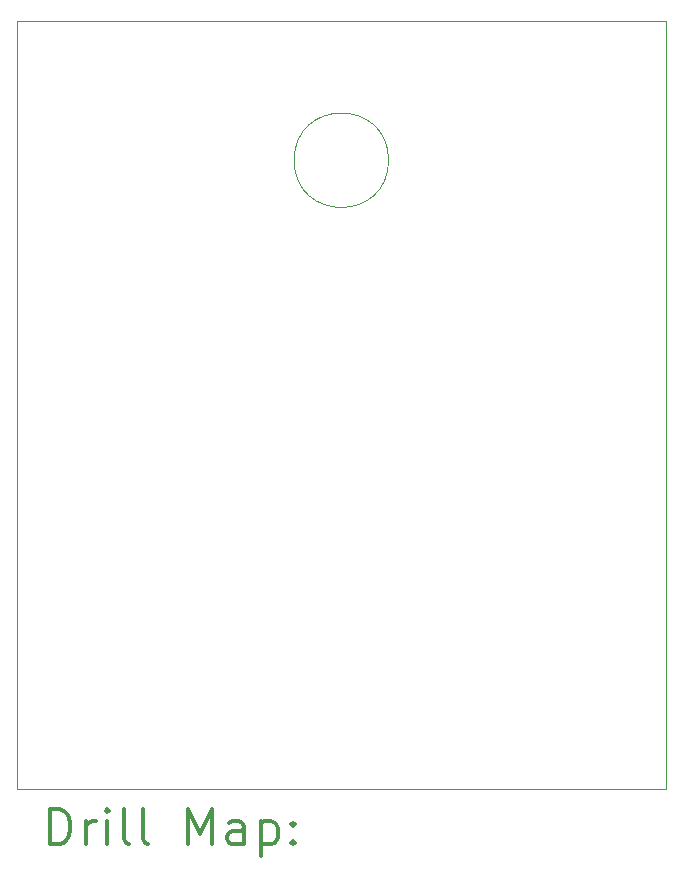
<source format=gbr>
%FSLAX45Y45*%
G04 Gerber Fmt 4.5, Leading zero omitted, Abs format (unit mm)*
G04 Created by KiCad (PCBNEW (5.1.9)-1) date 2021-09-20 18:57:42*
%MOMM*%
%LPD*%
G01*
G04 APERTURE LIST*
%TA.AperFunction,Profile*%
%ADD10C,0.050000*%
%TD*%
%ADD11C,0.200000*%
%ADD12C,0.300000*%
G04 APERTURE END LIST*
D10*
X3150000Y5325000D02*
G75*
G03*
X3150000Y5325000I-400000J0D01*
G01*
X5500000Y6500000D02*
X5500000Y0D01*
X0Y6500000D02*
X5500000Y6500000D01*
X0Y0D02*
X0Y6500000D01*
X0Y0D02*
X5500000Y0D01*
D11*
D12*
X283928Y-468214D02*
X283928Y-168214D01*
X355357Y-168214D01*
X398214Y-182500D01*
X426786Y-211071D01*
X441071Y-239643D01*
X455357Y-296786D01*
X455357Y-339643D01*
X441071Y-396786D01*
X426786Y-425357D01*
X398214Y-453929D01*
X355357Y-468214D01*
X283928Y-468214D01*
X583928Y-468214D02*
X583928Y-268214D01*
X583928Y-325357D02*
X598214Y-296786D01*
X612500Y-282500D01*
X641071Y-268214D01*
X669643Y-268214D01*
X769643Y-468214D02*
X769643Y-268214D01*
X769643Y-168214D02*
X755357Y-182500D01*
X769643Y-196786D01*
X783928Y-182500D01*
X769643Y-168214D01*
X769643Y-196786D01*
X955357Y-468214D02*
X926786Y-453929D01*
X912500Y-425357D01*
X912500Y-168214D01*
X1112500Y-468214D02*
X1083928Y-453929D01*
X1069643Y-425357D01*
X1069643Y-168214D01*
X1455357Y-468214D02*
X1455357Y-168214D01*
X1555357Y-382500D01*
X1655357Y-168214D01*
X1655357Y-468214D01*
X1926786Y-468214D02*
X1926786Y-311072D01*
X1912500Y-282500D01*
X1883928Y-268214D01*
X1826786Y-268214D01*
X1798214Y-282500D01*
X1926786Y-453929D02*
X1898214Y-468214D01*
X1826786Y-468214D01*
X1798214Y-453929D01*
X1783928Y-425357D01*
X1783928Y-396786D01*
X1798214Y-368214D01*
X1826786Y-353929D01*
X1898214Y-353929D01*
X1926786Y-339643D01*
X2069643Y-268214D02*
X2069643Y-568214D01*
X2069643Y-282500D02*
X2098214Y-268214D01*
X2155357Y-268214D01*
X2183928Y-282500D01*
X2198214Y-296786D01*
X2212500Y-325357D01*
X2212500Y-411071D01*
X2198214Y-439643D01*
X2183928Y-453929D01*
X2155357Y-468214D01*
X2098214Y-468214D01*
X2069643Y-453929D01*
X2341071Y-439643D02*
X2355357Y-453929D01*
X2341071Y-468214D01*
X2326786Y-453929D01*
X2341071Y-439643D01*
X2341071Y-468214D01*
X2341071Y-282500D02*
X2355357Y-296786D01*
X2341071Y-311072D01*
X2326786Y-296786D01*
X2341071Y-282500D01*
X2341071Y-311072D01*
M02*

</source>
